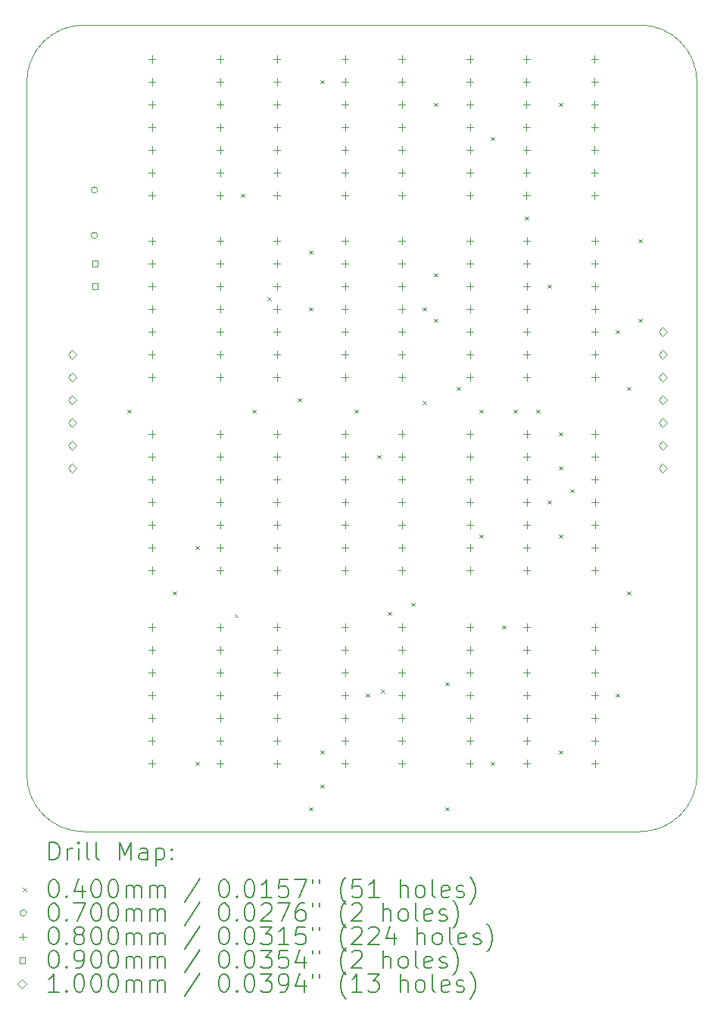
<source format=gbr>
%TF.GenerationSoftware,KiCad,Pcbnew,(6.0.9)*%
%TF.CreationDate,2025-05-26T15:33:48-04:00*%
%TF.ProjectId,Seven Segment Display,53657665-6e20-4536-9567-6d656e742044,1*%
%TF.SameCoordinates,Original*%
%TF.FileFunction,Drillmap*%
%TF.FilePolarity,Positive*%
%FSLAX45Y45*%
G04 Gerber Fmt 4.5, Leading zero omitted, Abs format (unit mm)*
G04 Created by KiCad (PCBNEW (6.0.9)) date 2025-05-26 15:33:48*
%MOMM*%
%LPD*%
G01*
G04 APERTURE LIST*
%ADD10C,0.100000*%
%ADD11C,0.200000*%
%ADD12C,0.040000*%
%ADD13C,0.070000*%
%ADD14C,0.080000*%
%ADD15C,0.090000*%
G04 APERTURE END LIST*
D10*
X5461000Y-4318000D02*
G75*
G03*
X4826000Y-4953000I0J-635000D01*
G01*
X4826000Y-12700000D02*
G75*
G03*
X5461000Y-13335000I635000J0D01*
G01*
X11684000Y-13335000D02*
G75*
G03*
X12319000Y-12700000I0J635000D01*
G01*
X12319000Y-4953000D02*
X12319000Y-12700000D01*
X12319000Y-4953000D02*
G75*
G03*
X11684000Y-4318000I-635000J0D01*
G01*
X5461000Y-4318000D02*
X11684000Y-4318000D01*
X4826000Y-12700000D02*
X4826000Y-4953000D01*
X11684000Y-13335000D02*
X5461000Y-13335000D01*
D11*
D12*
X5949000Y-8616000D02*
X5989000Y-8656000D01*
X5989000Y-8616000D02*
X5949000Y-8656000D01*
X6457000Y-10648000D02*
X6497000Y-10688000D01*
X6497000Y-10648000D02*
X6457000Y-10688000D01*
X6711000Y-10140000D02*
X6751000Y-10180000D01*
X6751000Y-10140000D02*
X6711000Y-10180000D01*
X6711000Y-12553000D02*
X6751000Y-12593000D01*
X6751000Y-12553000D02*
X6711000Y-12593000D01*
X7146550Y-10902000D02*
X7186550Y-10942000D01*
X7186550Y-10902000D02*
X7146550Y-10942000D01*
X7219000Y-6203000D02*
X7259000Y-6243000D01*
X7259000Y-6203000D02*
X7219000Y-6243000D01*
X7346000Y-8616000D02*
X7386000Y-8656000D01*
X7386000Y-8616000D02*
X7346000Y-8656000D01*
X7518699Y-7359307D02*
X7558699Y-7399307D01*
X7558699Y-7359307D02*
X7518699Y-7399307D01*
X7854000Y-8489000D02*
X7894000Y-8529000D01*
X7894000Y-8489000D02*
X7854000Y-8529000D01*
X7981000Y-6838000D02*
X8021000Y-6878000D01*
X8021000Y-6838000D02*
X7981000Y-6878000D01*
X7981000Y-7473000D02*
X8021000Y-7513000D01*
X8021000Y-7473000D02*
X7981000Y-7513000D01*
X7981000Y-13061000D02*
X8021000Y-13101000D01*
X8021000Y-13061000D02*
X7981000Y-13101000D01*
X8108000Y-4933000D02*
X8148000Y-4973000D01*
X8148000Y-4933000D02*
X8108000Y-4973000D01*
X8108000Y-12426000D02*
X8148000Y-12466000D01*
X8148000Y-12426000D02*
X8108000Y-12466000D01*
X8108000Y-12807000D02*
X8148000Y-12847000D01*
X8148000Y-12807000D02*
X8108000Y-12847000D01*
X8489000Y-8616000D02*
X8529000Y-8656000D01*
X8529000Y-8616000D02*
X8489000Y-8656000D01*
X8616000Y-11791000D02*
X8656000Y-11831000D01*
X8656000Y-11791000D02*
X8616000Y-11831000D01*
X8743000Y-9124000D02*
X8783000Y-9164000D01*
X8783000Y-9124000D02*
X8743000Y-9164000D01*
X8788000Y-11746000D02*
X8828000Y-11786000D01*
X8828000Y-11746000D02*
X8788000Y-11786000D01*
X8860450Y-10875734D02*
X8900450Y-10915734D01*
X8900450Y-10875734D02*
X8860450Y-10915734D01*
X9124000Y-10775000D02*
X9164000Y-10815000D01*
X9164000Y-10775000D02*
X9124000Y-10815000D01*
X9251000Y-7473000D02*
X9291000Y-7513000D01*
X9291000Y-7473000D02*
X9251000Y-7513000D01*
X9251000Y-8516450D02*
X9291000Y-8556450D01*
X9291000Y-8516450D02*
X9251000Y-8556450D01*
X9378000Y-5187000D02*
X9418000Y-5227000D01*
X9418000Y-5187000D02*
X9378000Y-5227000D01*
X9378000Y-7092000D02*
X9418000Y-7132000D01*
X9418000Y-7092000D02*
X9378000Y-7132000D01*
X9378000Y-7600000D02*
X9418000Y-7640000D01*
X9418000Y-7600000D02*
X9378000Y-7640000D01*
X9505000Y-11664000D02*
X9545000Y-11704000D01*
X9545000Y-11664000D02*
X9505000Y-11704000D01*
X9505000Y-13061000D02*
X9545000Y-13101000D01*
X9545000Y-13061000D02*
X9505000Y-13101000D01*
X9632000Y-8362000D02*
X9672000Y-8402000D01*
X9672000Y-8362000D02*
X9632000Y-8402000D01*
X9886000Y-8616000D02*
X9926000Y-8656000D01*
X9926000Y-8616000D02*
X9886000Y-8656000D01*
X9886000Y-10013000D02*
X9926000Y-10053000D01*
X9926000Y-10013000D02*
X9886000Y-10053000D01*
X10013000Y-5568000D02*
X10053000Y-5608000D01*
X10053000Y-5568000D02*
X10013000Y-5608000D01*
X10013000Y-12553000D02*
X10053000Y-12593000D01*
X10053000Y-12553000D02*
X10013000Y-12593000D01*
X10140000Y-11029000D02*
X10180000Y-11069000D01*
X10180000Y-11029000D02*
X10140000Y-11069000D01*
X10267000Y-8616000D02*
X10307000Y-8656000D01*
X10307000Y-8616000D02*
X10267000Y-8656000D01*
X10394000Y-6457000D02*
X10434000Y-6497000D01*
X10434000Y-6457000D02*
X10394000Y-6497000D01*
X10521000Y-8616000D02*
X10561000Y-8656000D01*
X10561000Y-8616000D02*
X10521000Y-8656000D01*
X10648000Y-7219000D02*
X10688000Y-7259000D01*
X10688000Y-7219000D02*
X10648000Y-7259000D01*
X10648000Y-9632000D02*
X10688000Y-9672000D01*
X10688000Y-9632000D02*
X10648000Y-9672000D01*
X10775000Y-5187000D02*
X10815000Y-5227000D01*
X10815000Y-5187000D02*
X10775000Y-5227000D01*
X10775000Y-8870000D02*
X10815000Y-8910000D01*
X10815000Y-8870000D02*
X10775000Y-8910000D01*
X10775000Y-9251000D02*
X10815000Y-9291000D01*
X10815000Y-9251000D02*
X10775000Y-9291000D01*
X10775000Y-10013000D02*
X10815000Y-10053000D01*
X10815000Y-10013000D02*
X10775000Y-10053000D01*
X10775000Y-12426000D02*
X10815000Y-12466000D01*
X10815000Y-12426000D02*
X10775000Y-12466000D01*
X10902000Y-9505000D02*
X10942000Y-9545000D01*
X10942000Y-9505000D02*
X10902000Y-9545000D01*
X11410000Y-7727000D02*
X11450000Y-7767000D01*
X11450000Y-7727000D02*
X11410000Y-7767000D01*
X11410000Y-11791000D02*
X11450000Y-11831000D01*
X11450000Y-11791000D02*
X11410000Y-11831000D01*
X11537000Y-8362000D02*
X11577000Y-8402000D01*
X11577000Y-8362000D02*
X11537000Y-8402000D01*
X11537000Y-10648000D02*
X11577000Y-10688000D01*
X11577000Y-10648000D02*
X11537000Y-10688000D01*
X11664000Y-6711000D02*
X11704000Y-6751000D01*
X11704000Y-6711000D02*
X11664000Y-6751000D01*
X11664000Y-7600000D02*
X11704000Y-7640000D01*
X11704000Y-7600000D02*
X11664000Y-7640000D01*
D13*
X5616000Y-6162000D02*
G75*
G03*
X5616000Y-6162000I-35000J0D01*
G01*
X5616000Y-6670000D02*
G75*
G03*
X5616000Y-6670000I-35000J0D01*
G01*
D14*
X6224000Y-4658500D02*
X6224000Y-4738500D01*
X6184000Y-4698500D02*
X6264000Y-4698500D01*
X6224000Y-4912500D02*
X6224000Y-4992500D01*
X6184000Y-4952500D02*
X6264000Y-4952500D01*
X6224000Y-5166500D02*
X6224000Y-5246500D01*
X6184000Y-5206500D02*
X6264000Y-5206500D01*
X6224000Y-5420500D02*
X6224000Y-5500500D01*
X6184000Y-5460500D02*
X6264000Y-5460500D01*
X6224000Y-5674500D02*
X6224000Y-5754500D01*
X6184000Y-5714500D02*
X6264000Y-5714500D01*
X6224000Y-5928500D02*
X6224000Y-6008500D01*
X6184000Y-5968500D02*
X6264000Y-5968500D01*
X6224000Y-6182500D02*
X6224000Y-6262500D01*
X6184000Y-6222500D02*
X6264000Y-6222500D01*
X6224000Y-6690500D02*
X6224000Y-6770500D01*
X6184000Y-6730500D02*
X6264000Y-6730500D01*
X6224000Y-6944500D02*
X6224000Y-7024500D01*
X6184000Y-6984500D02*
X6264000Y-6984500D01*
X6224000Y-7198500D02*
X6224000Y-7278500D01*
X6184000Y-7238500D02*
X6264000Y-7238500D01*
X6224000Y-7452500D02*
X6224000Y-7532500D01*
X6184000Y-7492500D02*
X6264000Y-7492500D01*
X6224000Y-7706500D02*
X6224000Y-7786500D01*
X6184000Y-7746500D02*
X6264000Y-7746500D01*
X6224000Y-7960500D02*
X6224000Y-8040500D01*
X6184000Y-8000500D02*
X6264000Y-8000500D01*
X6224000Y-8214500D02*
X6224000Y-8294500D01*
X6184000Y-8254500D02*
X6264000Y-8254500D01*
X6224000Y-8849500D02*
X6224000Y-8929500D01*
X6184000Y-8889500D02*
X6264000Y-8889500D01*
X6224000Y-9103500D02*
X6224000Y-9183500D01*
X6184000Y-9143500D02*
X6264000Y-9143500D01*
X6224000Y-9357500D02*
X6224000Y-9437500D01*
X6184000Y-9397500D02*
X6264000Y-9397500D01*
X6224000Y-9611500D02*
X6224000Y-9691500D01*
X6184000Y-9651500D02*
X6264000Y-9651500D01*
X6224000Y-9865500D02*
X6224000Y-9945500D01*
X6184000Y-9905500D02*
X6264000Y-9905500D01*
X6224000Y-10119500D02*
X6224000Y-10199500D01*
X6184000Y-10159500D02*
X6264000Y-10159500D01*
X6224000Y-10373500D02*
X6224000Y-10453500D01*
X6184000Y-10413500D02*
X6264000Y-10413500D01*
X6224000Y-11008500D02*
X6224000Y-11088500D01*
X6184000Y-11048500D02*
X6264000Y-11048500D01*
X6224000Y-11262500D02*
X6224000Y-11342500D01*
X6184000Y-11302500D02*
X6264000Y-11302500D01*
X6224000Y-11516500D02*
X6224000Y-11596500D01*
X6184000Y-11556500D02*
X6264000Y-11556500D01*
X6224000Y-11770500D02*
X6224000Y-11850500D01*
X6184000Y-11810500D02*
X6264000Y-11810500D01*
X6224000Y-12024500D02*
X6224000Y-12104500D01*
X6184000Y-12064500D02*
X6264000Y-12064500D01*
X6224000Y-12278500D02*
X6224000Y-12358500D01*
X6184000Y-12318500D02*
X6264000Y-12318500D01*
X6224000Y-12532500D02*
X6224000Y-12612500D01*
X6184000Y-12572500D02*
X6264000Y-12572500D01*
X6986000Y-4658500D02*
X6986000Y-4738500D01*
X6946000Y-4698500D02*
X7026000Y-4698500D01*
X6986000Y-4912500D02*
X6986000Y-4992500D01*
X6946000Y-4952500D02*
X7026000Y-4952500D01*
X6986000Y-5166500D02*
X6986000Y-5246500D01*
X6946000Y-5206500D02*
X7026000Y-5206500D01*
X6986000Y-5420500D02*
X6986000Y-5500500D01*
X6946000Y-5460500D02*
X7026000Y-5460500D01*
X6986000Y-5674500D02*
X6986000Y-5754500D01*
X6946000Y-5714500D02*
X7026000Y-5714500D01*
X6986000Y-5928500D02*
X6986000Y-6008500D01*
X6946000Y-5968500D02*
X7026000Y-5968500D01*
X6986000Y-6182500D02*
X6986000Y-6262500D01*
X6946000Y-6222500D02*
X7026000Y-6222500D01*
X6986000Y-6690500D02*
X6986000Y-6770500D01*
X6946000Y-6730500D02*
X7026000Y-6730500D01*
X6986000Y-6944500D02*
X6986000Y-7024500D01*
X6946000Y-6984500D02*
X7026000Y-6984500D01*
X6986000Y-7198500D02*
X6986000Y-7278500D01*
X6946000Y-7238500D02*
X7026000Y-7238500D01*
X6986000Y-7452500D02*
X6986000Y-7532500D01*
X6946000Y-7492500D02*
X7026000Y-7492500D01*
X6986000Y-7706500D02*
X6986000Y-7786500D01*
X6946000Y-7746500D02*
X7026000Y-7746500D01*
X6986000Y-7960500D02*
X6986000Y-8040500D01*
X6946000Y-8000500D02*
X7026000Y-8000500D01*
X6986000Y-8214500D02*
X6986000Y-8294500D01*
X6946000Y-8254500D02*
X7026000Y-8254500D01*
X6986000Y-8849500D02*
X6986000Y-8929500D01*
X6946000Y-8889500D02*
X7026000Y-8889500D01*
X6986000Y-9103500D02*
X6986000Y-9183500D01*
X6946000Y-9143500D02*
X7026000Y-9143500D01*
X6986000Y-9357500D02*
X6986000Y-9437500D01*
X6946000Y-9397500D02*
X7026000Y-9397500D01*
X6986000Y-9611500D02*
X6986000Y-9691500D01*
X6946000Y-9651500D02*
X7026000Y-9651500D01*
X6986000Y-9865500D02*
X6986000Y-9945500D01*
X6946000Y-9905500D02*
X7026000Y-9905500D01*
X6986000Y-10119500D02*
X6986000Y-10199500D01*
X6946000Y-10159500D02*
X7026000Y-10159500D01*
X6986000Y-10373500D02*
X6986000Y-10453500D01*
X6946000Y-10413500D02*
X7026000Y-10413500D01*
X6986000Y-11008500D02*
X6986000Y-11088500D01*
X6946000Y-11048500D02*
X7026000Y-11048500D01*
X6986000Y-11262500D02*
X6986000Y-11342500D01*
X6946000Y-11302500D02*
X7026000Y-11302500D01*
X6986000Y-11516500D02*
X6986000Y-11596500D01*
X6946000Y-11556500D02*
X7026000Y-11556500D01*
X6986000Y-11770500D02*
X6986000Y-11850500D01*
X6946000Y-11810500D02*
X7026000Y-11810500D01*
X6986000Y-12024500D02*
X6986000Y-12104500D01*
X6946000Y-12064500D02*
X7026000Y-12064500D01*
X6986000Y-12278500D02*
X6986000Y-12358500D01*
X6946000Y-12318500D02*
X7026000Y-12318500D01*
X6986000Y-12532500D02*
X6986000Y-12612500D01*
X6946000Y-12572500D02*
X7026000Y-12572500D01*
X7621000Y-4658500D02*
X7621000Y-4738500D01*
X7581000Y-4698500D02*
X7661000Y-4698500D01*
X7621000Y-4912500D02*
X7621000Y-4992500D01*
X7581000Y-4952500D02*
X7661000Y-4952500D01*
X7621000Y-5166500D02*
X7621000Y-5246500D01*
X7581000Y-5206500D02*
X7661000Y-5206500D01*
X7621000Y-5420500D02*
X7621000Y-5500500D01*
X7581000Y-5460500D02*
X7661000Y-5460500D01*
X7621000Y-5674500D02*
X7621000Y-5754500D01*
X7581000Y-5714500D02*
X7661000Y-5714500D01*
X7621000Y-5928500D02*
X7621000Y-6008500D01*
X7581000Y-5968500D02*
X7661000Y-5968500D01*
X7621000Y-6182500D02*
X7621000Y-6262500D01*
X7581000Y-6222500D02*
X7661000Y-6222500D01*
X7621000Y-6690500D02*
X7621000Y-6770500D01*
X7581000Y-6730500D02*
X7661000Y-6730500D01*
X7621000Y-6944500D02*
X7621000Y-7024500D01*
X7581000Y-6984500D02*
X7661000Y-6984500D01*
X7621000Y-7198500D02*
X7621000Y-7278500D01*
X7581000Y-7238500D02*
X7661000Y-7238500D01*
X7621000Y-7452500D02*
X7621000Y-7532500D01*
X7581000Y-7492500D02*
X7661000Y-7492500D01*
X7621000Y-7706500D02*
X7621000Y-7786500D01*
X7581000Y-7746500D02*
X7661000Y-7746500D01*
X7621000Y-7960500D02*
X7621000Y-8040500D01*
X7581000Y-8000500D02*
X7661000Y-8000500D01*
X7621000Y-8214500D02*
X7621000Y-8294500D01*
X7581000Y-8254500D02*
X7661000Y-8254500D01*
X7621000Y-8849500D02*
X7621000Y-8929500D01*
X7581000Y-8889500D02*
X7661000Y-8889500D01*
X7621000Y-9103500D02*
X7621000Y-9183500D01*
X7581000Y-9143500D02*
X7661000Y-9143500D01*
X7621000Y-9357500D02*
X7621000Y-9437500D01*
X7581000Y-9397500D02*
X7661000Y-9397500D01*
X7621000Y-9611500D02*
X7621000Y-9691500D01*
X7581000Y-9651500D02*
X7661000Y-9651500D01*
X7621000Y-9865500D02*
X7621000Y-9945500D01*
X7581000Y-9905500D02*
X7661000Y-9905500D01*
X7621000Y-10119500D02*
X7621000Y-10199500D01*
X7581000Y-10159500D02*
X7661000Y-10159500D01*
X7621000Y-10373500D02*
X7621000Y-10453500D01*
X7581000Y-10413500D02*
X7661000Y-10413500D01*
X7621000Y-11008500D02*
X7621000Y-11088500D01*
X7581000Y-11048500D02*
X7661000Y-11048500D01*
X7621000Y-11262500D02*
X7621000Y-11342500D01*
X7581000Y-11302500D02*
X7661000Y-11302500D01*
X7621000Y-11516500D02*
X7621000Y-11596500D01*
X7581000Y-11556500D02*
X7661000Y-11556500D01*
X7621000Y-11770500D02*
X7621000Y-11850500D01*
X7581000Y-11810500D02*
X7661000Y-11810500D01*
X7621000Y-12024500D02*
X7621000Y-12104500D01*
X7581000Y-12064500D02*
X7661000Y-12064500D01*
X7621000Y-12278500D02*
X7621000Y-12358500D01*
X7581000Y-12318500D02*
X7661000Y-12318500D01*
X7621000Y-12532500D02*
X7621000Y-12612500D01*
X7581000Y-12572500D02*
X7661000Y-12572500D01*
X8383000Y-4658500D02*
X8383000Y-4738500D01*
X8343000Y-4698500D02*
X8423000Y-4698500D01*
X8383000Y-4912500D02*
X8383000Y-4992500D01*
X8343000Y-4952500D02*
X8423000Y-4952500D01*
X8383000Y-5166500D02*
X8383000Y-5246500D01*
X8343000Y-5206500D02*
X8423000Y-5206500D01*
X8383000Y-5420500D02*
X8383000Y-5500500D01*
X8343000Y-5460500D02*
X8423000Y-5460500D01*
X8383000Y-5674500D02*
X8383000Y-5754500D01*
X8343000Y-5714500D02*
X8423000Y-5714500D01*
X8383000Y-5928500D02*
X8383000Y-6008500D01*
X8343000Y-5968500D02*
X8423000Y-5968500D01*
X8383000Y-6182500D02*
X8383000Y-6262500D01*
X8343000Y-6222500D02*
X8423000Y-6222500D01*
X8383000Y-6690500D02*
X8383000Y-6770500D01*
X8343000Y-6730500D02*
X8423000Y-6730500D01*
X8383000Y-6944500D02*
X8383000Y-7024500D01*
X8343000Y-6984500D02*
X8423000Y-6984500D01*
X8383000Y-7198500D02*
X8383000Y-7278500D01*
X8343000Y-7238500D02*
X8423000Y-7238500D01*
X8383000Y-7452500D02*
X8383000Y-7532500D01*
X8343000Y-7492500D02*
X8423000Y-7492500D01*
X8383000Y-7706500D02*
X8383000Y-7786500D01*
X8343000Y-7746500D02*
X8423000Y-7746500D01*
X8383000Y-7960500D02*
X8383000Y-8040500D01*
X8343000Y-8000500D02*
X8423000Y-8000500D01*
X8383000Y-8214500D02*
X8383000Y-8294500D01*
X8343000Y-8254500D02*
X8423000Y-8254500D01*
X8383000Y-8849500D02*
X8383000Y-8929500D01*
X8343000Y-8889500D02*
X8423000Y-8889500D01*
X8383000Y-9103500D02*
X8383000Y-9183500D01*
X8343000Y-9143500D02*
X8423000Y-9143500D01*
X8383000Y-9357500D02*
X8383000Y-9437500D01*
X8343000Y-9397500D02*
X8423000Y-9397500D01*
X8383000Y-9611500D02*
X8383000Y-9691500D01*
X8343000Y-9651500D02*
X8423000Y-9651500D01*
X8383000Y-9865500D02*
X8383000Y-9945500D01*
X8343000Y-9905500D02*
X8423000Y-9905500D01*
X8383000Y-10119500D02*
X8383000Y-10199500D01*
X8343000Y-10159500D02*
X8423000Y-10159500D01*
X8383000Y-10373500D02*
X8383000Y-10453500D01*
X8343000Y-10413500D02*
X8423000Y-10413500D01*
X8383000Y-11008500D02*
X8383000Y-11088500D01*
X8343000Y-11048500D02*
X8423000Y-11048500D01*
X8383000Y-11262500D02*
X8383000Y-11342500D01*
X8343000Y-11302500D02*
X8423000Y-11302500D01*
X8383000Y-11516500D02*
X8383000Y-11596500D01*
X8343000Y-11556500D02*
X8423000Y-11556500D01*
X8383000Y-11770500D02*
X8383000Y-11850500D01*
X8343000Y-11810500D02*
X8423000Y-11810500D01*
X8383000Y-12024500D02*
X8383000Y-12104500D01*
X8343000Y-12064500D02*
X8423000Y-12064500D01*
X8383000Y-12278500D02*
X8383000Y-12358500D01*
X8343000Y-12318500D02*
X8423000Y-12318500D01*
X8383000Y-12532500D02*
X8383000Y-12612500D01*
X8343000Y-12572500D02*
X8423000Y-12572500D01*
X9018000Y-4658500D02*
X9018000Y-4738500D01*
X8978000Y-4698500D02*
X9058000Y-4698500D01*
X9018000Y-4912500D02*
X9018000Y-4992500D01*
X8978000Y-4952500D02*
X9058000Y-4952500D01*
X9018000Y-5166500D02*
X9018000Y-5246500D01*
X8978000Y-5206500D02*
X9058000Y-5206500D01*
X9018000Y-5420500D02*
X9018000Y-5500500D01*
X8978000Y-5460500D02*
X9058000Y-5460500D01*
X9018000Y-5674500D02*
X9018000Y-5754500D01*
X8978000Y-5714500D02*
X9058000Y-5714500D01*
X9018000Y-5928500D02*
X9018000Y-6008500D01*
X8978000Y-5968500D02*
X9058000Y-5968500D01*
X9018000Y-6182500D02*
X9018000Y-6262500D01*
X8978000Y-6222500D02*
X9058000Y-6222500D01*
X9018000Y-6690500D02*
X9018000Y-6770500D01*
X8978000Y-6730500D02*
X9058000Y-6730500D01*
X9018000Y-6944500D02*
X9018000Y-7024500D01*
X8978000Y-6984500D02*
X9058000Y-6984500D01*
X9018000Y-7198500D02*
X9018000Y-7278500D01*
X8978000Y-7238500D02*
X9058000Y-7238500D01*
X9018000Y-7452500D02*
X9018000Y-7532500D01*
X8978000Y-7492500D02*
X9058000Y-7492500D01*
X9018000Y-7706500D02*
X9018000Y-7786500D01*
X8978000Y-7746500D02*
X9058000Y-7746500D01*
X9018000Y-7960500D02*
X9018000Y-8040500D01*
X8978000Y-8000500D02*
X9058000Y-8000500D01*
X9018000Y-8214500D02*
X9018000Y-8294500D01*
X8978000Y-8254500D02*
X9058000Y-8254500D01*
X9018000Y-8849500D02*
X9018000Y-8929500D01*
X8978000Y-8889500D02*
X9058000Y-8889500D01*
X9018000Y-9103500D02*
X9018000Y-9183500D01*
X8978000Y-9143500D02*
X9058000Y-9143500D01*
X9018000Y-9357500D02*
X9018000Y-9437500D01*
X8978000Y-9397500D02*
X9058000Y-9397500D01*
X9018000Y-9611500D02*
X9018000Y-9691500D01*
X8978000Y-9651500D02*
X9058000Y-9651500D01*
X9018000Y-9865500D02*
X9018000Y-9945500D01*
X8978000Y-9905500D02*
X9058000Y-9905500D01*
X9018000Y-10119500D02*
X9018000Y-10199500D01*
X8978000Y-10159500D02*
X9058000Y-10159500D01*
X9018000Y-10373500D02*
X9018000Y-10453500D01*
X8978000Y-10413500D02*
X9058000Y-10413500D01*
X9018000Y-11008500D02*
X9018000Y-11088500D01*
X8978000Y-11048500D02*
X9058000Y-11048500D01*
X9018000Y-11262500D02*
X9018000Y-11342500D01*
X8978000Y-11302500D02*
X9058000Y-11302500D01*
X9018000Y-11516500D02*
X9018000Y-11596500D01*
X8978000Y-11556500D02*
X9058000Y-11556500D01*
X9018000Y-11770500D02*
X9018000Y-11850500D01*
X8978000Y-11810500D02*
X9058000Y-11810500D01*
X9018000Y-12024500D02*
X9018000Y-12104500D01*
X8978000Y-12064500D02*
X9058000Y-12064500D01*
X9018000Y-12278500D02*
X9018000Y-12358500D01*
X8978000Y-12318500D02*
X9058000Y-12318500D01*
X9018000Y-12532500D02*
X9018000Y-12612500D01*
X8978000Y-12572500D02*
X9058000Y-12572500D01*
X9780000Y-4658500D02*
X9780000Y-4738500D01*
X9740000Y-4698500D02*
X9820000Y-4698500D01*
X9780000Y-4912500D02*
X9780000Y-4992500D01*
X9740000Y-4952500D02*
X9820000Y-4952500D01*
X9780000Y-5166500D02*
X9780000Y-5246500D01*
X9740000Y-5206500D02*
X9820000Y-5206500D01*
X9780000Y-5420500D02*
X9780000Y-5500500D01*
X9740000Y-5460500D02*
X9820000Y-5460500D01*
X9780000Y-5674500D02*
X9780000Y-5754500D01*
X9740000Y-5714500D02*
X9820000Y-5714500D01*
X9780000Y-5928500D02*
X9780000Y-6008500D01*
X9740000Y-5968500D02*
X9820000Y-5968500D01*
X9780000Y-6182500D02*
X9780000Y-6262500D01*
X9740000Y-6222500D02*
X9820000Y-6222500D01*
X9780000Y-6690500D02*
X9780000Y-6770500D01*
X9740000Y-6730500D02*
X9820000Y-6730500D01*
X9780000Y-6944500D02*
X9780000Y-7024500D01*
X9740000Y-6984500D02*
X9820000Y-6984500D01*
X9780000Y-7198500D02*
X9780000Y-7278500D01*
X9740000Y-7238500D02*
X9820000Y-7238500D01*
X9780000Y-7452500D02*
X9780000Y-7532500D01*
X9740000Y-7492500D02*
X9820000Y-7492500D01*
X9780000Y-7706500D02*
X9780000Y-7786500D01*
X9740000Y-7746500D02*
X9820000Y-7746500D01*
X9780000Y-7960500D02*
X9780000Y-8040500D01*
X9740000Y-8000500D02*
X9820000Y-8000500D01*
X9780000Y-8214500D02*
X9780000Y-8294500D01*
X9740000Y-8254500D02*
X9820000Y-8254500D01*
X9780000Y-8849500D02*
X9780000Y-8929500D01*
X9740000Y-8889500D02*
X9820000Y-8889500D01*
X9780000Y-9103500D02*
X9780000Y-9183500D01*
X9740000Y-9143500D02*
X9820000Y-9143500D01*
X9780000Y-9357500D02*
X9780000Y-9437500D01*
X9740000Y-9397500D02*
X9820000Y-9397500D01*
X9780000Y-9611500D02*
X9780000Y-9691500D01*
X9740000Y-9651500D02*
X9820000Y-9651500D01*
X9780000Y-9865500D02*
X9780000Y-9945500D01*
X9740000Y-9905500D02*
X9820000Y-9905500D01*
X9780000Y-10119500D02*
X9780000Y-10199500D01*
X9740000Y-10159500D02*
X9820000Y-10159500D01*
X9780000Y-10373500D02*
X9780000Y-10453500D01*
X9740000Y-10413500D02*
X9820000Y-10413500D01*
X9780000Y-11008500D02*
X9780000Y-11088500D01*
X9740000Y-11048500D02*
X9820000Y-11048500D01*
X9780000Y-11262500D02*
X9780000Y-11342500D01*
X9740000Y-11302500D02*
X9820000Y-11302500D01*
X9780000Y-11516500D02*
X9780000Y-11596500D01*
X9740000Y-11556500D02*
X9820000Y-11556500D01*
X9780000Y-11770500D02*
X9780000Y-11850500D01*
X9740000Y-11810500D02*
X9820000Y-11810500D01*
X9780000Y-12024500D02*
X9780000Y-12104500D01*
X9740000Y-12064500D02*
X9820000Y-12064500D01*
X9780000Y-12278500D02*
X9780000Y-12358500D01*
X9740000Y-12318500D02*
X9820000Y-12318500D01*
X9780000Y-12532500D02*
X9780000Y-12612500D01*
X9740000Y-12572500D02*
X9820000Y-12572500D01*
X10414000Y-4658500D02*
X10414000Y-4738500D01*
X10374000Y-4698500D02*
X10454000Y-4698500D01*
X10414000Y-4912500D02*
X10414000Y-4992500D01*
X10374000Y-4952500D02*
X10454000Y-4952500D01*
X10414000Y-5166500D02*
X10414000Y-5246500D01*
X10374000Y-5206500D02*
X10454000Y-5206500D01*
X10414000Y-5420500D02*
X10414000Y-5500500D01*
X10374000Y-5460500D02*
X10454000Y-5460500D01*
X10414000Y-5674500D02*
X10414000Y-5754500D01*
X10374000Y-5714500D02*
X10454000Y-5714500D01*
X10414000Y-5928500D02*
X10414000Y-6008500D01*
X10374000Y-5968500D02*
X10454000Y-5968500D01*
X10414000Y-6182500D02*
X10414000Y-6262500D01*
X10374000Y-6222500D02*
X10454000Y-6222500D01*
X10415000Y-6690500D02*
X10415000Y-6770500D01*
X10375000Y-6730500D02*
X10455000Y-6730500D01*
X10415000Y-6944500D02*
X10415000Y-7024500D01*
X10375000Y-6984500D02*
X10455000Y-6984500D01*
X10415000Y-7198500D02*
X10415000Y-7278500D01*
X10375000Y-7238500D02*
X10455000Y-7238500D01*
X10415000Y-7452500D02*
X10415000Y-7532500D01*
X10375000Y-7492500D02*
X10455000Y-7492500D01*
X10415000Y-7706500D02*
X10415000Y-7786500D01*
X10375000Y-7746500D02*
X10455000Y-7746500D01*
X10415000Y-7960500D02*
X10415000Y-8040500D01*
X10375000Y-8000500D02*
X10455000Y-8000500D01*
X10415000Y-8214500D02*
X10415000Y-8294500D01*
X10375000Y-8254500D02*
X10455000Y-8254500D01*
X10415000Y-8849500D02*
X10415000Y-8929500D01*
X10375000Y-8889500D02*
X10455000Y-8889500D01*
X10415000Y-9103500D02*
X10415000Y-9183500D01*
X10375000Y-9143500D02*
X10455000Y-9143500D01*
X10415000Y-9357500D02*
X10415000Y-9437500D01*
X10375000Y-9397500D02*
X10455000Y-9397500D01*
X10415000Y-9611500D02*
X10415000Y-9691500D01*
X10375000Y-9651500D02*
X10455000Y-9651500D01*
X10415000Y-9865500D02*
X10415000Y-9945500D01*
X10375000Y-9905500D02*
X10455000Y-9905500D01*
X10415000Y-10119500D02*
X10415000Y-10199500D01*
X10375000Y-10159500D02*
X10455000Y-10159500D01*
X10415000Y-10373500D02*
X10415000Y-10453500D01*
X10375000Y-10413500D02*
X10455000Y-10413500D01*
X10415000Y-11008500D02*
X10415000Y-11088500D01*
X10375000Y-11048500D02*
X10455000Y-11048500D01*
X10415000Y-11262500D02*
X10415000Y-11342500D01*
X10375000Y-11302500D02*
X10455000Y-11302500D01*
X10415000Y-11516500D02*
X10415000Y-11596500D01*
X10375000Y-11556500D02*
X10455000Y-11556500D01*
X10415000Y-11770500D02*
X10415000Y-11850500D01*
X10375000Y-11810500D02*
X10455000Y-11810500D01*
X10415000Y-12024500D02*
X10415000Y-12104500D01*
X10375000Y-12064500D02*
X10455000Y-12064500D01*
X10415000Y-12278500D02*
X10415000Y-12358500D01*
X10375000Y-12318500D02*
X10455000Y-12318500D01*
X10415000Y-12532500D02*
X10415000Y-12612500D01*
X10375000Y-12572500D02*
X10455000Y-12572500D01*
X11176000Y-4658500D02*
X11176000Y-4738500D01*
X11136000Y-4698500D02*
X11216000Y-4698500D01*
X11176000Y-4912500D02*
X11176000Y-4992500D01*
X11136000Y-4952500D02*
X11216000Y-4952500D01*
X11176000Y-5166500D02*
X11176000Y-5246500D01*
X11136000Y-5206500D02*
X11216000Y-5206500D01*
X11176000Y-5420500D02*
X11176000Y-5500500D01*
X11136000Y-5460500D02*
X11216000Y-5460500D01*
X11176000Y-5674500D02*
X11176000Y-5754500D01*
X11136000Y-5714500D02*
X11216000Y-5714500D01*
X11176000Y-5928500D02*
X11176000Y-6008500D01*
X11136000Y-5968500D02*
X11216000Y-5968500D01*
X11176000Y-6182500D02*
X11176000Y-6262500D01*
X11136000Y-6222500D02*
X11216000Y-6222500D01*
X11177000Y-6690500D02*
X11177000Y-6770500D01*
X11137000Y-6730500D02*
X11217000Y-6730500D01*
X11177000Y-6944500D02*
X11177000Y-7024500D01*
X11137000Y-6984500D02*
X11217000Y-6984500D01*
X11177000Y-7198500D02*
X11177000Y-7278500D01*
X11137000Y-7238500D02*
X11217000Y-7238500D01*
X11177000Y-7452500D02*
X11177000Y-7532500D01*
X11137000Y-7492500D02*
X11217000Y-7492500D01*
X11177000Y-7706500D02*
X11177000Y-7786500D01*
X11137000Y-7746500D02*
X11217000Y-7746500D01*
X11177000Y-7960500D02*
X11177000Y-8040500D01*
X11137000Y-8000500D02*
X11217000Y-8000500D01*
X11177000Y-8214500D02*
X11177000Y-8294500D01*
X11137000Y-8254500D02*
X11217000Y-8254500D01*
X11177000Y-8849500D02*
X11177000Y-8929500D01*
X11137000Y-8889500D02*
X11217000Y-8889500D01*
X11177000Y-9103500D02*
X11177000Y-9183500D01*
X11137000Y-9143500D02*
X11217000Y-9143500D01*
X11177000Y-9357500D02*
X11177000Y-9437500D01*
X11137000Y-9397500D02*
X11217000Y-9397500D01*
X11177000Y-9611500D02*
X11177000Y-9691500D01*
X11137000Y-9651500D02*
X11217000Y-9651500D01*
X11177000Y-9865500D02*
X11177000Y-9945500D01*
X11137000Y-9905500D02*
X11217000Y-9905500D01*
X11177000Y-10119500D02*
X11177000Y-10199500D01*
X11137000Y-10159500D02*
X11217000Y-10159500D01*
X11177000Y-10373500D02*
X11177000Y-10453500D01*
X11137000Y-10413500D02*
X11217000Y-10413500D01*
X11177000Y-11008500D02*
X11177000Y-11088500D01*
X11137000Y-11048500D02*
X11217000Y-11048500D01*
X11177000Y-11262500D02*
X11177000Y-11342500D01*
X11137000Y-11302500D02*
X11217000Y-11302500D01*
X11177000Y-11516500D02*
X11177000Y-11596500D01*
X11137000Y-11556500D02*
X11217000Y-11556500D01*
X11177000Y-11770500D02*
X11177000Y-11850500D01*
X11137000Y-11810500D02*
X11217000Y-11810500D01*
X11177000Y-12024500D02*
X11177000Y-12104500D01*
X11137000Y-12064500D02*
X11217000Y-12064500D01*
X11177000Y-12278500D02*
X11177000Y-12358500D01*
X11137000Y-12318500D02*
X11217000Y-12318500D01*
X11177000Y-12532500D02*
X11177000Y-12612500D01*
X11137000Y-12572500D02*
X11217000Y-12572500D01*
D15*
X5619820Y-7016820D02*
X5619820Y-6953180D01*
X5556180Y-6953180D01*
X5556180Y-7016820D01*
X5619820Y-7016820D01*
X5619820Y-7270820D02*
X5619820Y-7207180D01*
X5556180Y-7207180D01*
X5556180Y-7270820D01*
X5619820Y-7270820D01*
D10*
X5334000Y-8051000D02*
X5384000Y-8001000D01*
X5334000Y-7951000D01*
X5284000Y-8001000D01*
X5334000Y-8051000D01*
X5334000Y-8305000D02*
X5384000Y-8255000D01*
X5334000Y-8205000D01*
X5284000Y-8255000D01*
X5334000Y-8305000D01*
X5334000Y-8559000D02*
X5384000Y-8509000D01*
X5334000Y-8459000D01*
X5284000Y-8509000D01*
X5334000Y-8559000D01*
X5334000Y-8813000D02*
X5384000Y-8763000D01*
X5334000Y-8713000D01*
X5284000Y-8763000D01*
X5334000Y-8813000D01*
X5334000Y-9067000D02*
X5384000Y-9017000D01*
X5334000Y-8967000D01*
X5284000Y-9017000D01*
X5334000Y-9067000D01*
X5334000Y-9321000D02*
X5384000Y-9271000D01*
X5334000Y-9221000D01*
X5284000Y-9271000D01*
X5334000Y-9321000D01*
X11938000Y-7796500D02*
X11988000Y-7746500D01*
X11938000Y-7696500D01*
X11888000Y-7746500D01*
X11938000Y-7796500D01*
X11938000Y-8050500D02*
X11988000Y-8000500D01*
X11938000Y-7950500D01*
X11888000Y-8000500D01*
X11938000Y-8050500D01*
X11938000Y-8304500D02*
X11988000Y-8254500D01*
X11938000Y-8204500D01*
X11888000Y-8254500D01*
X11938000Y-8304500D01*
X11938000Y-8558500D02*
X11988000Y-8508500D01*
X11938000Y-8458500D01*
X11888000Y-8508500D01*
X11938000Y-8558500D01*
X11938000Y-8812500D02*
X11988000Y-8762500D01*
X11938000Y-8712500D01*
X11888000Y-8762500D01*
X11938000Y-8812500D01*
X11938000Y-9066500D02*
X11988000Y-9016500D01*
X11938000Y-8966500D01*
X11888000Y-9016500D01*
X11938000Y-9066500D01*
X11938000Y-9320500D02*
X11988000Y-9270500D01*
X11938000Y-9220500D01*
X11888000Y-9270500D01*
X11938000Y-9320500D01*
D11*
X5078619Y-13650476D02*
X5078619Y-13450476D01*
X5126238Y-13450476D01*
X5154810Y-13460000D01*
X5173857Y-13479048D01*
X5183381Y-13498095D01*
X5192905Y-13536190D01*
X5192905Y-13564762D01*
X5183381Y-13602857D01*
X5173857Y-13621905D01*
X5154810Y-13640952D01*
X5126238Y-13650476D01*
X5078619Y-13650476D01*
X5278619Y-13650476D02*
X5278619Y-13517143D01*
X5278619Y-13555238D02*
X5288143Y-13536190D01*
X5297667Y-13526667D01*
X5316714Y-13517143D01*
X5335762Y-13517143D01*
X5402429Y-13650476D02*
X5402429Y-13517143D01*
X5402429Y-13450476D02*
X5392905Y-13460000D01*
X5402429Y-13469524D01*
X5411952Y-13460000D01*
X5402429Y-13450476D01*
X5402429Y-13469524D01*
X5526238Y-13650476D02*
X5507190Y-13640952D01*
X5497667Y-13621905D01*
X5497667Y-13450476D01*
X5631000Y-13650476D02*
X5611952Y-13640952D01*
X5602428Y-13621905D01*
X5602428Y-13450476D01*
X5859571Y-13650476D02*
X5859571Y-13450476D01*
X5926238Y-13593333D01*
X5992905Y-13450476D01*
X5992905Y-13650476D01*
X6173857Y-13650476D02*
X6173857Y-13545714D01*
X6164333Y-13526667D01*
X6145286Y-13517143D01*
X6107190Y-13517143D01*
X6088143Y-13526667D01*
X6173857Y-13640952D02*
X6154809Y-13650476D01*
X6107190Y-13650476D01*
X6088143Y-13640952D01*
X6078619Y-13621905D01*
X6078619Y-13602857D01*
X6088143Y-13583809D01*
X6107190Y-13574286D01*
X6154809Y-13574286D01*
X6173857Y-13564762D01*
X6269095Y-13517143D02*
X6269095Y-13717143D01*
X6269095Y-13526667D02*
X6288143Y-13517143D01*
X6326238Y-13517143D01*
X6345286Y-13526667D01*
X6354809Y-13536190D01*
X6364333Y-13555238D01*
X6364333Y-13612381D01*
X6354809Y-13631428D01*
X6345286Y-13640952D01*
X6326238Y-13650476D01*
X6288143Y-13650476D01*
X6269095Y-13640952D01*
X6450048Y-13631428D02*
X6459571Y-13640952D01*
X6450048Y-13650476D01*
X6440524Y-13640952D01*
X6450048Y-13631428D01*
X6450048Y-13650476D01*
X6450048Y-13526667D02*
X6459571Y-13536190D01*
X6450048Y-13545714D01*
X6440524Y-13536190D01*
X6450048Y-13526667D01*
X6450048Y-13545714D01*
D12*
X4781000Y-13960000D02*
X4821000Y-14000000D01*
X4821000Y-13960000D02*
X4781000Y-14000000D01*
D11*
X5116714Y-13870476D02*
X5135762Y-13870476D01*
X5154810Y-13880000D01*
X5164333Y-13889524D01*
X5173857Y-13908571D01*
X5183381Y-13946667D01*
X5183381Y-13994286D01*
X5173857Y-14032381D01*
X5164333Y-14051428D01*
X5154810Y-14060952D01*
X5135762Y-14070476D01*
X5116714Y-14070476D01*
X5097667Y-14060952D01*
X5088143Y-14051428D01*
X5078619Y-14032381D01*
X5069095Y-13994286D01*
X5069095Y-13946667D01*
X5078619Y-13908571D01*
X5088143Y-13889524D01*
X5097667Y-13880000D01*
X5116714Y-13870476D01*
X5269095Y-14051428D02*
X5278619Y-14060952D01*
X5269095Y-14070476D01*
X5259571Y-14060952D01*
X5269095Y-14051428D01*
X5269095Y-14070476D01*
X5450048Y-13937143D02*
X5450048Y-14070476D01*
X5402429Y-13860952D02*
X5354810Y-14003809D01*
X5478619Y-14003809D01*
X5592905Y-13870476D02*
X5611952Y-13870476D01*
X5631000Y-13880000D01*
X5640524Y-13889524D01*
X5650048Y-13908571D01*
X5659571Y-13946667D01*
X5659571Y-13994286D01*
X5650048Y-14032381D01*
X5640524Y-14051428D01*
X5631000Y-14060952D01*
X5611952Y-14070476D01*
X5592905Y-14070476D01*
X5573857Y-14060952D01*
X5564333Y-14051428D01*
X5554810Y-14032381D01*
X5545286Y-13994286D01*
X5545286Y-13946667D01*
X5554810Y-13908571D01*
X5564333Y-13889524D01*
X5573857Y-13880000D01*
X5592905Y-13870476D01*
X5783381Y-13870476D02*
X5802428Y-13870476D01*
X5821476Y-13880000D01*
X5831000Y-13889524D01*
X5840524Y-13908571D01*
X5850048Y-13946667D01*
X5850048Y-13994286D01*
X5840524Y-14032381D01*
X5831000Y-14051428D01*
X5821476Y-14060952D01*
X5802428Y-14070476D01*
X5783381Y-14070476D01*
X5764333Y-14060952D01*
X5754809Y-14051428D01*
X5745286Y-14032381D01*
X5735762Y-13994286D01*
X5735762Y-13946667D01*
X5745286Y-13908571D01*
X5754809Y-13889524D01*
X5764333Y-13880000D01*
X5783381Y-13870476D01*
X5935762Y-14070476D02*
X5935762Y-13937143D01*
X5935762Y-13956190D02*
X5945286Y-13946667D01*
X5964333Y-13937143D01*
X5992905Y-13937143D01*
X6011952Y-13946667D01*
X6021476Y-13965714D01*
X6021476Y-14070476D01*
X6021476Y-13965714D02*
X6031000Y-13946667D01*
X6050048Y-13937143D01*
X6078619Y-13937143D01*
X6097667Y-13946667D01*
X6107190Y-13965714D01*
X6107190Y-14070476D01*
X6202428Y-14070476D02*
X6202428Y-13937143D01*
X6202428Y-13956190D02*
X6211952Y-13946667D01*
X6231000Y-13937143D01*
X6259571Y-13937143D01*
X6278619Y-13946667D01*
X6288143Y-13965714D01*
X6288143Y-14070476D01*
X6288143Y-13965714D02*
X6297667Y-13946667D01*
X6316714Y-13937143D01*
X6345286Y-13937143D01*
X6364333Y-13946667D01*
X6373857Y-13965714D01*
X6373857Y-14070476D01*
X6764333Y-13860952D02*
X6592905Y-14118095D01*
X7021476Y-13870476D02*
X7040524Y-13870476D01*
X7059571Y-13880000D01*
X7069095Y-13889524D01*
X7078619Y-13908571D01*
X7088143Y-13946667D01*
X7088143Y-13994286D01*
X7078619Y-14032381D01*
X7069095Y-14051428D01*
X7059571Y-14060952D01*
X7040524Y-14070476D01*
X7021476Y-14070476D01*
X7002428Y-14060952D01*
X6992905Y-14051428D01*
X6983381Y-14032381D01*
X6973857Y-13994286D01*
X6973857Y-13946667D01*
X6983381Y-13908571D01*
X6992905Y-13889524D01*
X7002428Y-13880000D01*
X7021476Y-13870476D01*
X7173857Y-14051428D02*
X7183381Y-14060952D01*
X7173857Y-14070476D01*
X7164333Y-14060952D01*
X7173857Y-14051428D01*
X7173857Y-14070476D01*
X7307190Y-13870476D02*
X7326238Y-13870476D01*
X7345286Y-13880000D01*
X7354809Y-13889524D01*
X7364333Y-13908571D01*
X7373857Y-13946667D01*
X7373857Y-13994286D01*
X7364333Y-14032381D01*
X7354809Y-14051428D01*
X7345286Y-14060952D01*
X7326238Y-14070476D01*
X7307190Y-14070476D01*
X7288143Y-14060952D01*
X7278619Y-14051428D01*
X7269095Y-14032381D01*
X7259571Y-13994286D01*
X7259571Y-13946667D01*
X7269095Y-13908571D01*
X7278619Y-13889524D01*
X7288143Y-13880000D01*
X7307190Y-13870476D01*
X7564333Y-14070476D02*
X7450048Y-14070476D01*
X7507190Y-14070476D02*
X7507190Y-13870476D01*
X7488143Y-13899048D01*
X7469095Y-13918095D01*
X7450048Y-13927619D01*
X7745286Y-13870476D02*
X7650048Y-13870476D01*
X7640524Y-13965714D01*
X7650048Y-13956190D01*
X7669095Y-13946667D01*
X7716714Y-13946667D01*
X7735762Y-13956190D01*
X7745286Y-13965714D01*
X7754809Y-13984762D01*
X7754809Y-14032381D01*
X7745286Y-14051428D01*
X7735762Y-14060952D01*
X7716714Y-14070476D01*
X7669095Y-14070476D01*
X7650048Y-14060952D01*
X7640524Y-14051428D01*
X7821476Y-13870476D02*
X7954809Y-13870476D01*
X7869095Y-14070476D01*
X8021476Y-13870476D02*
X8021476Y-13908571D01*
X8097667Y-13870476D02*
X8097667Y-13908571D01*
X8392905Y-14146667D02*
X8383381Y-14137143D01*
X8364333Y-14108571D01*
X8354809Y-14089524D01*
X8345286Y-14060952D01*
X8335762Y-14013333D01*
X8335762Y-13975238D01*
X8345286Y-13927619D01*
X8354809Y-13899048D01*
X8364333Y-13880000D01*
X8383381Y-13851428D01*
X8392905Y-13841905D01*
X8564333Y-13870476D02*
X8469095Y-13870476D01*
X8459571Y-13965714D01*
X8469095Y-13956190D01*
X8488143Y-13946667D01*
X8535762Y-13946667D01*
X8554810Y-13956190D01*
X8564333Y-13965714D01*
X8573857Y-13984762D01*
X8573857Y-14032381D01*
X8564333Y-14051428D01*
X8554810Y-14060952D01*
X8535762Y-14070476D01*
X8488143Y-14070476D01*
X8469095Y-14060952D01*
X8459571Y-14051428D01*
X8764333Y-14070476D02*
X8650048Y-14070476D01*
X8707190Y-14070476D02*
X8707190Y-13870476D01*
X8688143Y-13899048D01*
X8669095Y-13918095D01*
X8650048Y-13927619D01*
X9002429Y-14070476D02*
X9002429Y-13870476D01*
X9088143Y-14070476D02*
X9088143Y-13965714D01*
X9078619Y-13946667D01*
X9059571Y-13937143D01*
X9031000Y-13937143D01*
X9011952Y-13946667D01*
X9002429Y-13956190D01*
X9211952Y-14070476D02*
X9192905Y-14060952D01*
X9183381Y-14051428D01*
X9173857Y-14032381D01*
X9173857Y-13975238D01*
X9183381Y-13956190D01*
X9192905Y-13946667D01*
X9211952Y-13937143D01*
X9240524Y-13937143D01*
X9259571Y-13946667D01*
X9269095Y-13956190D01*
X9278619Y-13975238D01*
X9278619Y-14032381D01*
X9269095Y-14051428D01*
X9259571Y-14060952D01*
X9240524Y-14070476D01*
X9211952Y-14070476D01*
X9392905Y-14070476D02*
X9373857Y-14060952D01*
X9364333Y-14041905D01*
X9364333Y-13870476D01*
X9545286Y-14060952D02*
X9526238Y-14070476D01*
X9488143Y-14070476D01*
X9469095Y-14060952D01*
X9459571Y-14041905D01*
X9459571Y-13965714D01*
X9469095Y-13946667D01*
X9488143Y-13937143D01*
X9526238Y-13937143D01*
X9545286Y-13946667D01*
X9554810Y-13965714D01*
X9554810Y-13984762D01*
X9459571Y-14003809D01*
X9631000Y-14060952D02*
X9650048Y-14070476D01*
X9688143Y-14070476D01*
X9707190Y-14060952D01*
X9716714Y-14041905D01*
X9716714Y-14032381D01*
X9707190Y-14013333D01*
X9688143Y-14003809D01*
X9659571Y-14003809D01*
X9640524Y-13994286D01*
X9631000Y-13975238D01*
X9631000Y-13965714D01*
X9640524Y-13946667D01*
X9659571Y-13937143D01*
X9688143Y-13937143D01*
X9707190Y-13946667D01*
X9783381Y-14146667D02*
X9792905Y-14137143D01*
X9811952Y-14108571D01*
X9821476Y-14089524D01*
X9831000Y-14060952D01*
X9840524Y-14013333D01*
X9840524Y-13975238D01*
X9831000Y-13927619D01*
X9821476Y-13899048D01*
X9811952Y-13880000D01*
X9792905Y-13851428D01*
X9783381Y-13841905D01*
D13*
X4821000Y-14244000D02*
G75*
G03*
X4821000Y-14244000I-35000J0D01*
G01*
D11*
X5116714Y-14134476D02*
X5135762Y-14134476D01*
X5154810Y-14144000D01*
X5164333Y-14153524D01*
X5173857Y-14172571D01*
X5183381Y-14210667D01*
X5183381Y-14258286D01*
X5173857Y-14296381D01*
X5164333Y-14315428D01*
X5154810Y-14324952D01*
X5135762Y-14334476D01*
X5116714Y-14334476D01*
X5097667Y-14324952D01*
X5088143Y-14315428D01*
X5078619Y-14296381D01*
X5069095Y-14258286D01*
X5069095Y-14210667D01*
X5078619Y-14172571D01*
X5088143Y-14153524D01*
X5097667Y-14144000D01*
X5116714Y-14134476D01*
X5269095Y-14315428D02*
X5278619Y-14324952D01*
X5269095Y-14334476D01*
X5259571Y-14324952D01*
X5269095Y-14315428D01*
X5269095Y-14334476D01*
X5345286Y-14134476D02*
X5478619Y-14134476D01*
X5392905Y-14334476D01*
X5592905Y-14134476D02*
X5611952Y-14134476D01*
X5631000Y-14144000D01*
X5640524Y-14153524D01*
X5650048Y-14172571D01*
X5659571Y-14210667D01*
X5659571Y-14258286D01*
X5650048Y-14296381D01*
X5640524Y-14315428D01*
X5631000Y-14324952D01*
X5611952Y-14334476D01*
X5592905Y-14334476D01*
X5573857Y-14324952D01*
X5564333Y-14315428D01*
X5554810Y-14296381D01*
X5545286Y-14258286D01*
X5545286Y-14210667D01*
X5554810Y-14172571D01*
X5564333Y-14153524D01*
X5573857Y-14144000D01*
X5592905Y-14134476D01*
X5783381Y-14134476D02*
X5802428Y-14134476D01*
X5821476Y-14144000D01*
X5831000Y-14153524D01*
X5840524Y-14172571D01*
X5850048Y-14210667D01*
X5850048Y-14258286D01*
X5840524Y-14296381D01*
X5831000Y-14315428D01*
X5821476Y-14324952D01*
X5802428Y-14334476D01*
X5783381Y-14334476D01*
X5764333Y-14324952D01*
X5754809Y-14315428D01*
X5745286Y-14296381D01*
X5735762Y-14258286D01*
X5735762Y-14210667D01*
X5745286Y-14172571D01*
X5754809Y-14153524D01*
X5764333Y-14144000D01*
X5783381Y-14134476D01*
X5935762Y-14334476D02*
X5935762Y-14201143D01*
X5935762Y-14220190D02*
X5945286Y-14210667D01*
X5964333Y-14201143D01*
X5992905Y-14201143D01*
X6011952Y-14210667D01*
X6021476Y-14229714D01*
X6021476Y-14334476D01*
X6021476Y-14229714D02*
X6031000Y-14210667D01*
X6050048Y-14201143D01*
X6078619Y-14201143D01*
X6097667Y-14210667D01*
X6107190Y-14229714D01*
X6107190Y-14334476D01*
X6202428Y-14334476D02*
X6202428Y-14201143D01*
X6202428Y-14220190D02*
X6211952Y-14210667D01*
X6231000Y-14201143D01*
X6259571Y-14201143D01*
X6278619Y-14210667D01*
X6288143Y-14229714D01*
X6288143Y-14334476D01*
X6288143Y-14229714D02*
X6297667Y-14210667D01*
X6316714Y-14201143D01*
X6345286Y-14201143D01*
X6364333Y-14210667D01*
X6373857Y-14229714D01*
X6373857Y-14334476D01*
X6764333Y-14124952D02*
X6592905Y-14382095D01*
X7021476Y-14134476D02*
X7040524Y-14134476D01*
X7059571Y-14144000D01*
X7069095Y-14153524D01*
X7078619Y-14172571D01*
X7088143Y-14210667D01*
X7088143Y-14258286D01*
X7078619Y-14296381D01*
X7069095Y-14315428D01*
X7059571Y-14324952D01*
X7040524Y-14334476D01*
X7021476Y-14334476D01*
X7002428Y-14324952D01*
X6992905Y-14315428D01*
X6983381Y-14296381D01*
X6973857Y-14258286D01*
X6973857Y-14210667D01*
X6983381Y-14172571D01*
X6992905Y-14153524D01*
X7002428Y-14144000D01*
X7021476Y-14134476D01*
X7173857Y-14315428D02*
X7183381Y-14324952D01*
X7173857Y-14334476D01*
X7164333Y-14324952D01*
X7173857Y-14315428D01*
X7173857Y-14334476D01*
X7307190Y-14134476D02*
X7326238Y-14134476D01*
X7345286Y-14144000D01*
X7354809Y-14153524D01*
X7364333Y-14172571D01*
X7373857Y-14210667D01*
X7373857Y-14258286D01*
X7364333Y-14296381D01*
X7354809Y-14315428D01*
X7345286Y-14324952D01*
X7326238Y-14334476D01*
X7307190Y-14334476D01*
X7288143Y-14324952D01*
X7278619Y-14315428D01*
X7269095Y-14296381D01*
X7259571Y-14258286D01*
X7259571Y-14210667D01*
X7269095Y-14172571D01*
X7278619Y-14153524D01*
X7288143Y-14144000D01*
X7307190Y-14134476D01*
X7450048Y-14153524D02*
X7459571Y-14144000D01*
X7478619Y-14134476D01*
X7526238Y-14134476D01*
X7545286Y-14144000D01*
X7554809Y-14153524D01*
X7564333Y-14172571D01*
X7564333Y-14191619D01*
X7554809Y-14220190D01*
X7440524Y-14334476D01*
X7564333Y-14334476D01*
X7631000Y-14134476D02*
X7764333Y-14134476D01*
X7678619Y-14334476D01*
X7926238Y-14134476D02*
X7888143Y-14134476D01*
X7869095Y-14144000D01*
X7859571Y-14153524D01*
X7840524Y-14182095D01*
X7831000Y-14220190D01*
X7831000Y-14296381D01*
X7840524Y-14315428D01*
X7850048Y-14324952D01*
X7869095Y-14334476D01*
X7907190Y-14334476D01*
X7926238Y-14324952D01*
X7935762Y-14315428D01*
X7945286Y-14296381D01*
X7945286Y-14248762D01*
X7935762Y-14229714D01*
X7926238Y-14220190D01*
X7907190Y-14210667D01*
X7869095Y-14210667D01*
X7850048Y-14220190D01*
X7840524Y-14229714D01*
X7831000Y-14248762D01*
X8021476Y-14134476D02*
X8021476Y-14172571D01*
X8097667Y-14134476D02*
X8097667Y-14172571D01*
X8392905Y-14410667D02*
X8383381Y-14401143D01*
X8364333Y-14372571D01*
X8354809Y-14353524D01*
X8345286Y-14324952D01*
X8335762Y-14277333D01*
X8335762Y-14239238D01*
X8345286Y-14191619D01*
X8354809Y-14163048D01*
X8364333Y-14144000D01*
X8383381Y-14115428D01*
X8392905Y-14105905D01*
X8459571Y-14153524D02*
X8469095Y-14144000D01*
X8488143Y-14134476D01*
X8535762Y-14134476D01*
X8554810Y-14144000D01*
X8564333Y-14153524D01*
X8573857Y-14172571D01*
X8573857Y-14191619D01*
X8564333Y-14220190D01*
X8450048Y-14334476D01*
X8573857Y-14334476D01*
X8811952Y-14334476D02*
X8811952Y-14134476D01*
X8897667Y-14334476D02*
X8897667Y-14229714D01*
X8888143Y-14210667D01*
X8869095Y-14201143D01*
X8840524Y-14201143D01*
X8821476Y-14210667D01*
X8811952Y-14220190D01*
X9021476Y-14334476D02*
X9002429Y-14324952D01*
X8992905Y-14315428D01*
X8983381Y-14296381D01*
X8983381Y-14239238D01*
X8992905Y-14220190D01*
X9002429Y-14210667D01*
X9021476Y-14201143D01*
X9050048Y-14201143D01*
X9069095Y-14210667D01*
X9078619Y-14220190D01*
X9088143Y-14239238D01*
X9088143Y-14296381D01*
X9078619Y-14315428D01*
X9069095Y-14324952D01*
X9050048Y-14334476D01*
X9021476Y-14334476D01*
X9202429Y-14334476D02*
X9183381Y-14324952D01*
X9173857Y-14305905D01*
X9173857Y-14134476D01*
X9354810Y-14324952D02*
X9335762Y-14334476D01*
X9297667Y-14334476D01*
X9278619Y-14324952D01*
X9269095Y-14305905D01*
X9269095Y-14229714D01*
X9278619Y-14210667D01*
X9297667Y-14201143D01*
X9335762Y-14201143D01*
X9354810Y-14210667D01*
X9364333Y-14229714D01*
X9364333Y-14248762D01*
X9269095Y-14267809D01*
X9440524Y-14324952D02*
X9459571Y-14334476D01*
X9497667Y-14334476D01*
X9516714Y-14324952D01*
X9526238Y-14305905D01*
X9526238Y-14296381D01*
X9516714Y-14277333D01*
X9497667Y-14267809D01*
X9469095Y-14267809D01*
X9450048Y-14258286D01*
X9440524Y-14239238D01*
X9440524Y-14229714D01*
X9450048Y-14210667D01*
X9469095Y-14201143D01*
X9497667Y-14201143D01*
X9516714Y-14210667D01*
X9592905Y-14410667D02*
X9602429Y-14401143D01*
X9621476Y-14372571D01*
X9631000Y-14353524D01*
X9640524Y-14324952D01*
X9650048Y-14277333D01*
X9650048Y-14239238D01*
X9640524Y-14191619D01*
X9631000Y-14163048D01*
X9621476Y-14144000D01*
X9602429Y-14115428D01*
X9592905Y-14105905D01*
D14*
X4781000Y-14468000D02*
X4781000Y-14548000D01*
X4741000Y-14508000D02*
X4821000Y-14508000D01*
D11*
X5116714Y-14398476D02*
X5135762Y-14398476D01*
X5154810Y-14408000D01*
X5164333Y-14417524D01*
X5173857Y-14436571D01*
X5183381Y-14474667D01*
X5183381Y-14522286D01*
X5173857Y-14560381D01*
X5164333Y-14579428D01*
X5154810Y-14588952D01*
X5135762Y-14598476D01*
X5116714Y-14598476D01*
X5097667Y-14588952D01*
X5088143Y-14579428D01*
X5078619Y-14560381D01*
X5069095Y-14522286D01*
X5069095Y-14474667D01*
X5078619Y-14436571D01*
X5088143Y-14417524D01*
X5097667Y-14408000D01*
X5116714Y-14398476D01*
X5269095Y-14579428D02*
X5278619Y-14588952D01*
X5269095Y-14598476D01*
X5259571Y-14588952D01*
X5269095Y-14579428D01*
X5269095Y-14598476D01*
X5392905Y-14484190D02*
X5373857Y-14474667D01*
X5364333Y-14465143D01*
X5354810Y-14446095D01*
X5354810Y-14436571D01*
X5364333Y-14417524D01*
X5373857Y-14408000D01*
X5392905Y-14398476D01*
X5431000Y-14398476D01*
X5450048Y-14408000D01*
X5459571Y-14417524D01*
X5469095Y-14436571D01*
X5469095Y-14446095D01*
X5459571Y-14465143D01*
X5450048Y-14474667D01*
X5431000Y-14484190D01*
X5392905Y-14484190D01*
X5373857Y-14493714D01*
X5364333Y-14503238D01*
X5354810Y-14522286D01*
X5354810Y-14560381D01*
X5364333Y-14579428D01*
X5373857Y-14588952D01*
X5392905Y-14598476D01*
X5431000Y-14598476D01*
X5450048Y-14588952D01*
X5459571Y-14579428D01*
X5469095Y-14560381D01*
X5469095Y-14522286D01*
X5459571Y-14503238D01*
X5450048Y-14493714D01*
X5431000Y-14484190D01*
X5592905Y-14398476D02*
X5611952Y-14398476D01*
X5631000Y-14408000D01*
X5640524Y-14417524D01*
X5650048Y-14436571D01*
X5659571Y-14474667D01*
X5659571Y-14522286D01*
X5650048Y-14560381D01*
X5640524Y-14579428D01*
X5631000Y-14588952D01*
X5611952Y-14598476D01*
X5592905Y-14598476D01*
X5573857Y-14588952D01*
X5564333Y-14579428D01*
X5554810Y-14560381D01*
X5545286Y-14522286D01*
X5545286Y-14474667D01*
X5554810Y-14436571D01*
X5564333Y-14417524D01*
X5573857Y-14408000D01*
X5592905Y-14398476D01*
X5783381Y-14398476D02*
X5802428Y-14398476D01*
X5821476Y-14408000D01*
X5831000Y-14417524D01*
X5840524Y-14436571D01*
X5850048Y-14474667D01*
X5850048Y-14522286D01*
X5840524Y-14560381D01*
X5831000Y-14579428D01*
X5821476Y-14588952D01*
X5802428Y-14598476D01*
X5783381Y-14598476D01*
X5764333Y-14588952D01*
X5754809Y-14579428D01*
X5745286Y-14560381D01*
X5735762Y-14522286D01*
X5735762Y-14474667D01*
X5745286Y-14436571D01*
X5754809Y-14417524D01*
X5764333Y-14408000D01*
X5783381Y-14398476D01*
X5935762Y-14598476D02*
X5935762Y-14465143D01*
X5935762Y-14484190D02*
X5945286Y-14474667D01*
X5964333Y-14465143D01*
X5992905Y-14465143D01*
X6011952Y-14474667D01*
X6021476Y-14493714D01*
X6021476Y-14598476D01*
X6021476Y-14493714D02*
X6031000Y-14474667D01*
X6050048Y-14465143D01*
X6078619Y-14465143D01*
X6097667Y-14474667D01*
X6107190Y-14493714D01*
X6107190Y-14598476D01*
X6202428Y-14598476D02*
X6202428Y-14465143D01*
X6202428Y-14484190D02*
X6211952Y-14474667D01*
X6231000Y-14465143D01*
X6259571Y-14465143D01*
X6278619Y-14474667D01*
X6288143Y-14493714D01*
X6288143Y-14598476D01*
X6288143Y-14493714D02*
X6297667Y-14474667D01*
X6316714Y-14465143D01*
X6345286Y-14465143D01*
X6364333Y-14474667D01*
X6373857Y-14493714D01*
X6373857Y-14598476D01*
X6764333Y-14388952D02*
X6592905Y-14646095D01*
X7021476Y-14398476D02*
X7040524Y-14398476D01*
X7059571Y-14408000D01*
X7069095Y-14417524D01*
X7078619Y-14436571D01*
X7088143Y-14474667D01*
X7088143Y-14522286D01*
X7078619Y-14560381D01*
X7069095Y-14579428D01*
X7059571Y-14588952D01*
X7040524Y-14598476D01*
X7021476Y-14598476D01*
X7002428Y-14588952D01*
X6992905Y-14579428D01*
X6983381Y-14560381D01*
X6973857Y-14522286D01*
X6973857Y-14474667D01*
X6983381Y-14436571D01*
X6992905Y-14417524D01*
X7002428Y-14408000D01*
X7021476Y-14398476D01*
X7173857Y-14579428D02*
X7183381Y-14588952D01*
X7173857Y-14598476D01*
X7164333Y-14588952D01*
X7173857Y-14579428D01*
X7173857Y-14598476D01*
X7307190Y-14398476D02*
X7326238Y-14398476D01*
X7345286Y-14408000D01*
X7354809Y-14417524D01*
X7364333Y-14436571D01*
X7373857Y-14474667D01*
X7373857Y-14522286D01*
X7364333Y-14560381D01*
X7354809Y-14579428D01*
X7345286Y-14588952D01*
X7326238Y-14598476D01*
X7307190Y-14598476D01*
X7288143Y-14588952D01*
X7278619Y-14579428D01*
X7269095Y-14560381D01*
X7259571Y-14522286D01*
X7259571Y-14474667D01*
X7269095Y-14436571D01*
X7278619Y-14417524D01*
X7288143Y-14408000D01*
X7307190Y-14398476D01*
X7440524Y-14398476D02*
X7564333Y-14398476D01*
X7497667Y-14474667D01*
X7526238Y-14474667D01*
X7545286Y-14484190D01*
X7554809Y-14493714D01*
X7564333Y-14512762D01*
X7564333Y-14560381D01*
X7554809Y-14579428D01*
X7545286Y-14588952D01*
X7526238Y-14598476D01*
X7469095Y-14598476D01*
X7450048Y-14588952D01*
X7440524Y-14579428D01*
X7754809Y-14598476D02*
X7640524Y-14598476D01*
X7697667Y-14598476D02*
X7697667Y-14398476D01*
X7678619Y-14427048D01*
X7659571Y-14446095D01*
X7640524Y-14455619D01*
X7935762Y-14398476D02*
X7840524Y-14398476D01*
X7831000Y-14493714D01*
X7840524Y-14484190D01*
X7859571Y-14474667D01*
X7907190Y-14474667D01*
X7926238Y-14484190D01*
X7935762Y-14493714D01*
X7945286Y-14512762D01*
X7945286Y-14560381D01*
X7935762Y-14579428D01*
X7926238Y-14588952D01*
X7907190Y-14598476D01*
X7859571Y-14598476D01*
X7840524Y-14588952D01*
X7831000Y-14579428D01*
X8021476Y-14398476D02*
X8021476Y-14436571D01*
X8097667Y-14398476D02*
X8097667Y-14436571D01*
X8392905Y-14674667D02*
X8383381Y-14665143D01*
X8364333Y-14636571D01*
X8354809Y-14617524D01*
X8345286Y-14588952D01*
X8335762Y-14541333D01*
X8335762Y-14503238D01*
X8345286Y-14455619D01*
X8354809Y-14427048D01*
X8364333Y-14408000D01*
X8383381Y-14379428D01*
X8392905Y-14369905D01*
X8459571Y-14417524D02*
X8469095Y-14408000D01*
X8488143Y-14398476D01*
X8535762Y-14398476D01*
X8554810Y-14408000D01*
X8564333Y-14417524D01*
X8573857Y-14436571D01*
X8573857Y-14455619D01*
X8564333Y-14484190D01*
X8450048Y-14598476D01*
X8573857Y-14598476D01*
X8650048Y-14417524D02*
X8659571Y-14408000D01*
X8678619Y-14398476D01*
X8726238Y-14398476D01*
X8745286Y-14408000D01*
X8754810Y-14417524D01*
X8764333Y-14436571D01*
X8764333Y-14455619D01*
X8754810Y-14484190D01*
X8640524Y-14598476D01*
X8764333Y-14598476D01*
X8935762Y-14465143D02*
X8935762Y-14598476D01*
X8888143Y-14388952D02*
X8840524Y-14531809D01*
X8964333Y-14531809D01*
X9192905Y-14598476D02*
X9192905Y-14398476D01*
X9278619Y-14598476D02*
X9278619Y-14493714D01*
X9269095Y-14474667D01*
X9250048Y-14465143D01*
X9221476Y-14465143D01*
X9202429Y-14474667D01*
X9192905Y-14484190D01*
X9402429Y-14598476D02*
X9383381Y-14588952D01*
X9373857Y-14579428D01*
X9364333Y-14560381D01*
X9364333Y-14503238D01*
X9373857Y-14484190D01*
X9383381Y-14474667D01*
X9402429Y-14465143D01*
X9431000Y-14465143D01*
X9450048Y-14474667D01*
X9459571Y-14484190D01*
X9469095Y-14503238D01*
X9469095Y-14560381D01*
X9459571Y-14579428D01*
X9450048Y-14588952D01*
X9431000Y-14598476D01*
X9402429Y-14598476D01*
X9583381Y-14598476D02*
X9564333Y-14588952D01*
X9554810Y-14569905D01*
X9554810Y-14398476D01*
X9735762Y-14588952D02*
X9716714Y-14598476D01*
X9678619Y-14598476D01*
X9659571Y-14588952D01*
X9650048Y-14569905D01*
X9650048Y-14493714D01*
X9659571Y-14474667D01*
X9678619Y-14465143D01*
X9716714Y-14465143D01*
X9735762Y-14474667D01*
X9745286Y-14493714D01*
X9745286Y-14512762D01*
X9650048Y-14531809D01*
X9821476Y-14588952D02*
X9840524Y-14598476D01*
X9878619Y-14598476D01*
X9897667Y-14588952D01*
X9907190Y-14569905D01*
X9907190Y-14560381D01*
X9897667Y-14541333D01*
X9878619Y-14531809D01*
X9850048Y-14531809D01*
X9831000Y-14522286D01*
X9821476Y-14503238D01*
X9821476Y-14493714D01*
X9831000Y-14474667D01*
X9850048Y-14465143D01*
X9878619Y-14465143D01*
X9897667Y-14474667D01*
X9973857Y-14674667D02*
X9983381Y-14665143D01*
X10002429Y-14636571D01*
X10011952Y-14617524D01*
X10021476Y-14588952D01*
X10031000Y-14541333D01*
X10031000Y-14503238D01*
X10021476Y-14455619D01*
X10011952Y-14427048D01*
X10002429Y-14408000D01*
X9983381Y-14379428D01*
X9973857Y-14369905D01*
D15*
X4807820Y-14803820D02*
X4807820Y-14740180D01*
X4744180Y-14740180D01*
X4744180Y-14803820D01*
X4807820Y-14803820D01*
D11*
X5116714Y-14662476D02*
X5135762Y-14662476D01*
X5154810Y-14672000D01*
X5164333Y-14681524D01*
X5173857Y-14700571D01*
X5183381Y-14738667D01*
X5183381Y-14786286D01*
X5173857Y-14824381D01*
X5164333Y-14843428D01*
X5154810Y-14852952D01*
X5135762Y-14862476D01*
X5116714Y-14862476D01*
X5097667Y-14852952D01*
X5088143Y-14843428D01*
X5078619Y-14824381D01*
X5069095Y-14786286D01*
X5069095Y-14738667D01*
X5078619Y-14700571D01*
X5088143Y-14681524D01*
X5097667Y-14672000D01*
X5116714Y-14662476D01*
X5269095Y-14843428D02*
X5278619Y-14852952D01*
X5269095Y-14862476D01*
X5259571Y-14852952D01*
X5269095Y-14843428D01*
X5269095Y-14862476D01*
X5373857Y-14862476D02*
X5411952Y-14862476D01*
X5431000Y-14852952D01*
X5440524Y-14843428D01*
X5459571Y-14814857D01*
X5469095Y-14776762D01*
X5469095Y-14700571D01*
X5459571Y-14681524D01*
X5450048Y-14672000D01*
X5431000Y-14662476D01*
X5392905Y-14662476D01*
X5373857Y-14672000D01*
X5364333Y-14681524D01*
X5354810Y-14700571D01*
X5354810Y-14748190D01*
X5364333Y-14767238D01*
X5373857Y-14776762D01*
X5392905Y-14786286D01*
X5431000Y-14786286D01*
X5450048Y-14776762D01*
X5459571Y-14767238D01*
X5469095Y-14748190D01*
X5592905Y-14662476D02*
X5611952Y-14662476D01*
X5631000Y-14672000D01*
X5640524Y-14681524D01*
X5650048Y-14700571D01*
X5659571Y-14738667D01*
X5659571Y-14786286D01*
X5650048Y-14824381D01*
X5640524Y-14843428D01*
X5631000Y-14852952D01*
X5611952Y-14862476D01*
X5592905Y-14862476D01*
X5573857Y-14852952D01*
X5564333Y-14843428D01*
X5554810Y-14824381D01*
X5545286Y-14786286D01*
X5545286Y-14738667D01*
X5554810Y-14700571D01*
X5564333Y-14681524D01*
X5573857Y-14672000D01*
X5592905Y-14662476D01*
X5783381Y-14662476D02*
X5802428Y-14662476D01*
X5821476Y-14672000D01*
X5831000Y-14681524D01*
X5840524Y-14700571D01*
X5850048Y-14738667D01*
X5850048Y-14786286D01*
X5840524Y-14824381D01*
X5831000Y-14843428D01*
X5821476Y-14852952D01*
X5802428Y-14862476D01*
X5783381Y-14862476D01*
X5764333Y-14852952D01*
X5754809Y-14843428D01*
X5745286Y-14824381D01*
X5735762Y-14786286D01*
X5735762Y-14738667D01*
X5745286Y-14700571D01*
X5754809Y-14681524D01*
X5764333Y-14672000D01*
X5783381Y-14662476D01*
X5935762Y-14862476D02*
X5935762Y-14729143D01*
X5935762Y-14748190D02*
X5945286Y-14738667D01*
X5964333Y-14729143D01*
X5992905Y-14729143D01*
X6011952Y-14738667D01*
X6021476Y-14757714D01*
X6021476Y-14862476D01*
X6021476Y-14757714D02*
X6031000Y-14738667D01*
X6050048Y-14729143D01*
X6078619Y-14729143D01*
X6097667Y-14738667D01*
X6107190Y-14757714D01*
X6107190Y-14862476D01*
X6202428Y-14862476D02*
X6202428Y-14729143D01*
X6202428Y-14748190D02*
X6211952Y-14738667D01*
X6231000Y-14729143D01*
X6259571Y-14729143D01*
X6278619Y-14738667D01*
X6288143Y-14757714D01*
X6288143Y-14862476D01*
X6288143Y-14757714D02*
X6297667Y-14738667D01*
X6316714Y-14729143D01*
X6345286Y-14729143D01*
X6364333Y-14738667D01*
X6373857Y-14757714D01*
X6373857Y-14862476D01*
X6764333Y-14652952D02*
X6592905Y-14910095D01*
X7021476Y-14662476D02*
X7040524Y-14662476D01*
X7059571Y-14672000D01*
X7069095Y-14681524D01*
X7078619Y-14700571D01*
X7088143Y-14738667D01*
X7088143Y-14786286D01*
X7078619Y-14824381D01*
X7069095Y-14843428D01*
X7059571Y-14852952D01*
X7040524Y-14862476D01*
X7021476Y-14862476D01*
X7002428Y-14852952D01*
X6992905Y-14843428D01*
X6983381Y-14824381D01*
X6973857Y-14786286D01*
X6973857Y-14738667D01*
X6983381Y-14700571D01*
X6992905Y-14681524D01*
X7002428Y-14672000D01*
X7021476Y-14662476D01*
X7173857Y-14843428D02*
X7183381Y-14852952D01*
X7173857Y-14862476D01*
X7164333Y-14852952D01*
X7173857Y-14843428D01*
X7173857Y-14862476D01*
X7307190Y-14662476D02*
X7326238Y-14662476D01*
X7345286Y-14672000D01*
X7354809Y-14681524D01*
X7364333Y-14700571D01*
X7373857Y-14738667D01*
X7373857Y-14786286D01*
X7364333Y-14824381D01*
X7354809Y-14843428D01*
X7345286Y-14852952D01*
X7326238Y-14862476D01*
X7307190Y-14862476D01*
X7288143Y-14852952D01*
X7278619Y-14843428D01*
X7269095Y-14824381D01*
X7259571Y-14786286D01*
X7259571Y-14738667D01*
X7269095Y-14700571D01*
X7278619Y-14681524D01*
X7288143Y-14672000D01*
X7307190Y-14662476D01*
X7440524Y-14662476D02*
X7564333Y-14662476D01*
X7497667Y-14738667D01*
X7526238Y-14738667D01*
X7545286Y-14748190D01*
X7554809Y-14757714D01*
X7564333Y-14776762D01*
X7564333Y-14824381D01*
X7554809Y-14843428D01*
X7545286Y-14852952D01*
X7526238Y-14862476D01*
X7469095Y-14862476D01*
X7450048Y-14852952D01*
X7440524Y-14843428D01*
X7745286Y-14662476D02*
X7650048Y-14662476D01*
X7640524Y-14757714D01*
X7650048Y-14748190D01*
X7669095Y-14738667D01*
X7716714Y-14738667D01*
X7735762Y-14748190D01*
X7745286Y-14757714D01*
X7754809Y-14776762D01*
X7754809Y-14824381D01*
X7745286Y-14843428D01*
X7735762Y-14852952D01*
X7716714Y-14862476D01*
X7669095Y-14862476D01*
X7650048Y-14852952D01*
X7640524Y-14843428D01*
X7926238Y-14729143D02*
X7926238Y-14862476D01*
X7878619Y-14652952D02*
X7831000Y-14795809D01*
X7954809Y-14795809D01*
X8021476Y-14662476D02*
X8021476Y-14700571D01*
X8097667Y-14662476D02*
X8097667Y-14700571D01*
X8392905Y-14938667D02*
X8383381Y-14929143D01*
X8364333Y-14900571D01*
X8354809Y-14881524D01*
X8345286Y-14852952D01*
X8335762Y-14805333D01*
X8335762Y-14767238D01*
X8345286Y-14719619D01*
X8354809Y-14691048D01*
X8364333Y-14672000D01*
X8383381Y-14643428D01*
X8392905Y-14633905D01*
X8459571Y-14681524D02*
X8469095Y-14672000D01*
X8488143Y-14662476D01*
X8535762Y-14662476D01*
X8554810Y-14672000D01*
X8564333Y-14681524D01*
X8573857Y-14700571D01*
X8573857Y-14719619D01*
X8564333Y-14748190D01*
X8450048Y-14862476D01*
X8573857Y-14862476D01*
X8811952Y-14862476D02*
X8811952Y-14662476D01*
X8897667Y-14862476D02*
X8897667Y-14757714D01*
X8888143Y-14738667D01*
X8869095Y-14729143D01*
X8840524Y-14729143D01*
X8821476Y-14738667D01*
X8811952Y-14748190D01*
X9021476Y-14862476D02*
X9002429Y-14852952D01*
X8992905Y-14843428D01*
X8983381Y-14824381D01*
X8983381Y-14767238D01*
X8992905Y-14748190D01*
X9002429Y-14738667D01*
X9021476Y-14729143D01*
X9050048Y-14729143D01*
X9069095Y-14738667D01*
X9078619Y-14748190D01*
X9088143Y-14767238D01*
X9088143Y-14824381D01*
X9078619Y-14843428D01*
X9069095Y-14852952D01*
X9050048Y-14862476D01*
X9021476Y-14862476D01*
X9202429Y-14862476D02*
X9183381Y-14852952D01*
X9173857Y-14833905D01*
X9173857Y-14662476D01*
X9354810Y-14852952D02*
X9335762Y-14862476D01*
X9297667Y-14862476D01*
X9278619Y-14852952D01*
X9269095Y-14833905D01*
X9269095Y-14757714D01*
X9278619Y-14738667D01*
X9297667Y-14729143D01*
X9335762Y-14729143D01*
X9354810Y-14738667D01*
X9364333Y-14757714D01*
X9364333Y-14776762D01*
X9269095Y-14795809D01*
X9440524Y-14852952D02*
X9459571Y-14862476D01*
X9497667Y-14862476D01*
X9516714Y-14852952D01*
X9526238Y-14833905D01*
X9526238Y-14824381D01*
X9516714Y-14805333D01*
X9497667Y-14795809D01*
X9469095Y-14795809D01*
X9450048Y-14786286D01*
X9440524Y-14767238D01*
X9440524Y-14757714D01*
X9450048Y-14738667D01*
X9469095Y-14729143D01*
X9497667Y-14729143D01*
X9516714Y-14738667D01*
X9592905Y-14938667D02*
X9602429Y-14929143D01*
X9621476Y-14900571D01*
X9631000Y-14881524D01*
X9640524Y-14852952D01*
X9650048Y-14805333D01*
X9650048Y-14767238D01*
X9640524Y-14719619D01*
X9631000Y-14691048D01*
X9621476Y-14672000D01*
X9602429Y-14643428D01*
X9592905Y-14633905D01*
D10*
X4771000Y-15086000D02*
X4821000Y-15036000D01*
X4771000Y-14986000D01*
X4721000Y-15036000D01*
X4771000Y-15086000D01*
D11*
X5183381Y-15126476D02*
X5069095Y-15126476D01*
X5126238Y-15126476D02*
X5126238Y-14926476D01*
X5107190Y-14955048D01*
X5088143Y-14974095D01*
X5069095Y-14983619D01*
X5269095Y-15107428D02*
X5278619Y-15116952D01*
X5269095Y-15126476D01*
X5259571Y-15116952D01*
X5269095Y-15107428D01*
X5269095Y-15126476D01*
X5402429Y-14926476D02*
X5421476Y-14926476D01*
X5440524Y-14936000D01*
X5450048Y-14945524D01*
X5459571Y-14964571D01*
X5469095Y-15002667D01*
X5469095Y-15050286D01*
X5459571Y-15088381D01*
X5450048Y-15107428D01*
X5440524Y-15116952D01*
X5421476Y-15126476D01*
X5402429Y-15126476D01*
X5383381Y-15116952D01*
X5373857Y-15107428D01*
X5364333Y-15088381D01*
X5354810Y-15050286D01*
X5354810Y-15002667D01*
X5364333Y-14964571D01*
X5373857Y-14945524D01*
X5383381Y-14936000D01*
X5402429Y-14926476D01*
X5592905Y-14926476D02*
X5611952Y-14926476D01*
X5631000Y-14936000D01*
X5640524Y-14945524D01*
X5650048Y-14964571D01*
X5659571Y-15002667D01*
X5659571Y-15050286D01*
X5650048Y-15088381D01*
X5640524Y-15107428D01*
X5631000Y-15116952D01*
X5611952Y-15126476D01*
X5592905Y-15126476D01*
X5573857Y-15116952D01*
X5564333Y-15107428D01*
X5554810Y-15088381D01*
X5545286Y-15050286D01*
X5545286Y-15002667D01*
X5554810Y-14964571D01*
X5564333Y-14945524D01*
X5573857Y-14936000D01*
X5592905Y-14926476D01*
X5783381Y-14926476D02*
X5802428Y-14926476D01*
X5821476Y-14936000D01*
X5831000Y-14945524D01*
X5840524Y-14964571D01*
X5850048Y-15002667D01*
X5850048Y-15050286D01*
X5840524Y-15088381D01*
X5831000Y-15107428D01*
X5821476Y-15116952D01*
X5802428Y-15126476D01*
X5783381Y-15126476D01*
X5764333Y-15116952D01*
X5754809Y-15107428D01*
X5745286Y-15088381D01*
X5735762Y-15050286D01*
X5735762Y-15002667D01*
X5745286Y-14964571D01*
X5754809Y-14945524D01*
X5764333Y-14936000D01*
X5783381Y-14926476D01*
X5935762Y-15126476D02*
X5935762Y-14993143D01*
X5935762Y-15012190D02*
X5945286Y-15002667D01*
X5964333Y-14993143D01*
X5992905Y-14993143D01*
X6011952Y-15002667D01*
X6021476Y-15021714D01*
X6021476Y-15126476D01*
X6021476Y-15021714D02*
X6031000Y-15002667D01*
X6050048Y-14993143D01*
X6078619Y-14993143D01*
X6097667Y-15002667D01*
X6107190Y-15021714D01*
X6107190Y-15126476D01*
X6202428Y-15126476D02*
X6202428Y-14993143D01*
X6202428Y-15012190D02*
X6211952Y-15002667D01*
X6231000Y-14993143D01*
X6259571Y-14993143D01*
X6278619Y-15002667D01*
X6288143Y-15021714D01*
X6288143Y-15126476D01*
X6288143Y-15021714D02*
X6297667Y-15002667D01*
X6316714Y-14993143D01*
X6345286Y-14993143D01*
X6364333Y-15002667D01*
X6373857Y-15021714D01*
X6373857Y-15126476D01*
X6764333Y-14916952D02*
X6592905Y-15174095D01*
X7021476Y-14926476D02*
X7040524Y-14926476D01*
X7059571Y-14936000D01*
X7069095Y-14945524D01*
X7078619Y-14964571D01*
X7088143Y-15002667D01*
X7088143Y-15050286D01*
X7078619Y-15088381D01*
X7069095Y-15107428D01*
X7059571Y-15116952D01*
X7040524Y-15126476D01*
X7021476Y-15126476D01*
X7002428Y-15116952D01*
X6992905Y-15107428D01*
X6983381Y-15088381D01*
X6973857Y-15050286D01*
X6973857Y-15002667D01*
X6983381Y-14964571D01*
X6992905Y-14945524D01*
X7002428Y-14936000D01*
X7021476Y-14926476D01*
X7173857Y-15107428D02*
X7183381Y-15116952D01*
X7173857Y-15126476D01*
X7164333Y-15116952D01*
X7173857Y-15107428D01*
X7173857Y-15126476D01*
X7307190Y-14926476D02*
X7326238Y-14926476D01*
X7345286Y-14936000D01*
X7354809Y-14945524D01*
X7364333Y-14964571D01*
X7373857Y-15002667D01*
X7373857Y-15050286D01*
X7364333Y-15088381D01*
X7354809Y-15107428D01*
X7345286Y-15116952D01*
X7326238Y-15126476D01*
X7307190Y-15126476D01*
X7288143Y-15116952D01*
X7278619Y-15107428D01*
X7269095Y-15088381D01*
X7259571Y-15050286D01*
X7259571Y-15002667D01*
X7269095Y-14964571D01*
X7278619Y-14945524D01*
X7288143Y-14936000D01*
X7307190Y-14926476D01*
X7440524Y-14926476D02*
X7564333Y-14926476D01*
X7497667Y-15002667D01*
X7526238Y-15002667D01*
X7545286Y-15012190D01*
X7554809Y-15021714D01*
X7564333Y-15040762D01*
X7564333Y-15088381D01*
X7554809Y-15107428D01*
X7545286Y-15116952D01*
X7526238Y-15126476D01*
X7469095Y-15126476D01*
X7450048Y-15116952D01*
X7440524Y-15107428D01*
X7659571Y-15126476D02*
X7697667Y-15126476D01*
X7716714Y-15116952D01*
X7726238Y-15107428D01*
X7745286Y-15078857D01*
X7754809Y-15040762D01*
X7754809Y-14964571D01*
X7745286Y-14945524D01*
X7735762Y-14936000D01*
X7716714Y-14926476D01*
X7678619Y-14926476D01*
X7659571Y-14936000D01*
X7650048Y-14945524D01*
X7640524Y-14964571D01*
X7640524Y-15012190D01*
X7650048Y-15031238D01*
X7659571Y-15040762D01*
X7678619Y-15050286D01*
X7716714Y-15050286D01*
X7735762Y-15040762D01*
X7745286Y-15031238D01*
X7754809Y-15012190D01*
X7926238Y-14993143D02*
X7926238Y-15126476D01*
X7878619Y-14916952D02*
X7831000Y-15059809D01*
X7954809Y-15059809D01*
X8021476Y-14926476D02*
X8021476Y-14964571D01*
X8097667Y-14926476D02*
X8097667Y-14964571D01*
X8392905Y-15202667D02*
X8383381Y-15193143D01*
X8364333Y-15164571D01*
X8354809Y-15145524D01*
X8345286Y-15116952D01*
X8335762Y-15069333D01*
X8335762Y-15031238D01*
X8345286Y-14983619D01*
X8354809Y-14955048D01*
X8364333Y-14936000D01*
X8383381Y-14907428D01*
X8392905Y-14897905D01*
X8573857Y-15126476D02*
X8459571Y-15126476D01*
X8516714Y-15126476D02*
X8516714Y-14926476D01*
X8497667Y-14955048D01*
X8478619Y-14974095D01*
X8459571Y-14983619D01*
X8640524Y-14926476D02*
X8764333Y-14926476D01*
X8697667Y-15002667D01*
X8726238Y-15002667D01*
X8745286Y-15012190D01*
X8754810Y-15021714D01*
X8764333Y-15040762D01*
X8764333Y-15088381D01*
X8754810Y-15107428D01*
X8745286Y-15116952D01*
X8726238Y-15126476D01*
X8669095Y-15126476D01*
X8650048Y-15116952D01*
X8640524Y-15107428D01*
X9002429Y-15126476D02*
X9002429Y-14926476D01*
X9088143Y-15126476D02*
X9088143Y-15021714D01*
X9078619Y-15002667D01*
X9059571Y-14993143D01*
X9031000Y-14993143D01*
X9011952Y-15002667D01*
X9002429Y-15012190D01*
X9211952Y-15126476D02*
X9192905Y-15116952D01*
X9183381Y-15107428D01*
X9173857Y-15088381D01*
X9173857Y-15031238D01*
X9183381Y-15012190D01*
X9192905Y-15002667D01*
X9211952Y-14993143D01*
X9240524Y-14993143D01*
X9259571Y-15002667D01*
X9269095Y-15012190D01*
X9278619Y-15031238D01*
X9278619Y-15088381D01*
X9269095Y-15107428D01*
X9259571Y-15116952D01*
X9240524Y-15126476D01*
X9211952Y-15126476D01*
X9392905Y-15126476D02*
X9373857Y-15116952D01*
X9364333Y-15097905D01*
X9364333Y-14926476D01*
X9545286Y-15116952D02*
X9526238Y-15126476D01*
X9488143Y-15126476D01*
X9469095Y-15116952D01*
X9459571Y-15097905D01*
X9459571Y-15021714D01*
X9469095Y-15002667D01*
X9488143Y-14993143D01*
X9526238Y-14993143D01*
X9545286Y-15002667D01*
X9554810Y-15021714D01*
X9554810Y-15040762D01*
X9459571Y-15059809D01*
X9631000Y-15116952D02*
X9650048Y-15126476D01*
X9688143Y-15126476D01*
X9707190Y-15116952D01*
X9716714Y-15097905D01*
X9716714Y-15088381D01*
X9707190Y-15069333D01*
X9688143Y-15059809D01*
X9659571Y-15059809D01*
X9640524Y-15050286D01*
X9631000Y-15031238D01*
X9631000Y-15021714D01*
X9640524Y-15002667D01*
X9659571Y-14993143D01*
X9688143Y-14993143D01*
X9707190Y-15002667D01*
X9783381Y-15202667D02*
X9792905Y-15193143D01*
X9811952Y-15164571D01*
X9821476Y-15145524D01*
X9831000Y-15116952D01*
X9840524Y-15069333D01*
X9840524Y-15031238D01*
X9831000Y-14983619D01*
X9821476Y-14955048D01*
X9811952Y-14936000D01*
X9792905Y-14907428D01*
X9783381Y-14897905D01*
M02*

</source>
